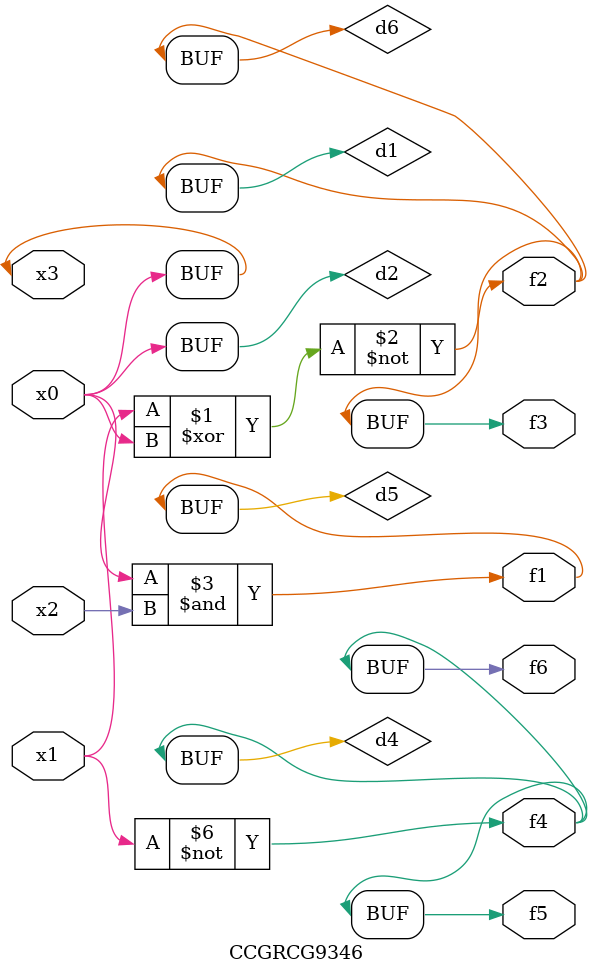
<source format=v>
module CCGRCG9346(
	input x0, x1, x2, x3,
	output f1, f2, f3, f4, f5, f6
);

	wire d1, d2, d3, d4, d5, d6;

	xnor (d1, x1, x3);
	buf (d2, x0, x3);
	nand (d3, x0, x2);
	not (d4, x1);
	nand (d5, d3);
	or (d6, d1);
	assign f1 = d5;
	assign f2 = d6;
	assign f3 = d6;
	assign f4 = d4;
	assign f5 = d4;
	assign f6 = d4;
endmodule

</source>
